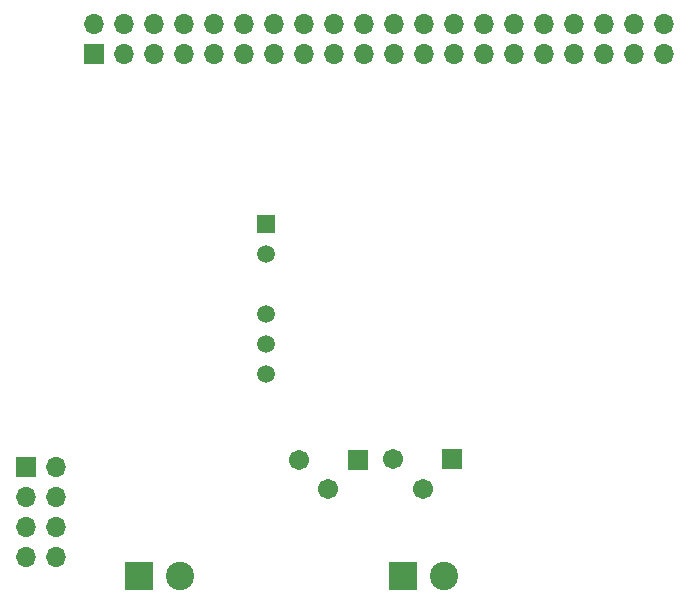
<source format=gbr>
%TF.GenerationSoftware,KiCad,Pcbnew,8.0.8*%
%TF.CreationDate,2025-02-25T11:28:35+01:00*%
%TF.ProjectId,ADC_16bit_board_v0r0,4144435f-3136-4626-9974-5f626f617264,rev?*%
%TF.SameCoordinates,Original*%
%TF.FileFunction,Soldermask,Bot*%
%TF.FilePolarity,Negative*%
%FSLAX46Y46*%
G04 Gerber Fmt 4.6, Leading zero omitted, Abs format (unit mm)*
G04 Created by KiCad (PCBNEW 8.0.8) date 2025-02-25 11:28:35*
%MOMM*%
%LPD*%
G01*
G04 APERTURE LIST*
G04 Aperture macros list*
%AMRoundRect*
0 Rectangle with rounded corners*
0 $1 Rounding radius*
0 $2 $3 $4 $5 $6 $7 $8 $9 X,Y pos of 4 corners*
0 Add a 4 corners polygon primitive as box body*
4,1,4,$2,$3,$4,$5,$6,$7,$8,$9,$2,$3,0*
0 Add four circle primitives for the rounded corners*
1,1,$1+$1,$2,$3*
1,1,$1+$1,$4,$5*
1,1,$1+$1,$6,$7*
1,1,$1+$1,$8,$9*
0 Add four rect primitives between the rounded corners*
20,1,$1+$1,$2,$3,$4,$5,0*
20,1,$1+$1,$4,$5,$6,$7,0*
20,1,$1+$1,$6,$7,$8,$9,0*
20,1,$1+$1,$8,$9,$2,$3,0*%
G04 Aperture macros list end*
%ADD10R,1.700000X1.700000*%
%ADD11O,1.700000X1.700000*%
%ADD12R,2.400000X2.400000*%
%ADD13C,2.400000*%
%ADD14R,1.500000X1.500000*%
%ADD15C,1.500000*%
%ADD16RoundRect,0.102000X0.754000X0.754000X-0.754000X0.754000X-0.754000X-0.754000X0.754000X-0.754000X0*%
%ADD17C,1.712000*%
G04 APERTURE END LIST*
D10*
%TO.C,J4*%
X194960000Y-100880000D03*
D11*
X197500000Y-100880000D03*
X194960000Y-103420000D03*
X197500000Y-103420000D03*
X194960000Y-105960000D03*
X197500000Y-105960000D03*
X194960000Y-108500000D03*
X197500000Y-108500000D03*
%TD*%
D12*
%TO.C,J1*%
X226850000Y-110150000D03*
D13*
X230350000Y-110150000D03*
%TD*%
D14*
%TO.C,U2*%
X215250000Y-80325000D03*
D15*
X215250000Y-82865000D03*
X215250000Y-87945000D03*
X215250000Y-90485000D03*
X215250000Y-93025000D03*
%TD*%
D16*
%TO.C,RV1*%
X231000000Y-100250000D03*
D17*
X228500000Y-102750000D03*
X226000000Y-100250000D03*
%TD*%
D16*
%TO.C,RV2*%
X223000000Y-100270000D03*
D17*
X220500000Y-102770000D03*
X218000000Y-100270000D03*
%TD*%
D12*
%TO.C,J2*%
X204500000Y-110109000D03*
D13*
X208000000Y-110109000D03*
%TD*%
D10*
%TO.C,J3*%
X200650000Y-65940000D03*
D11*
X200650000Y-63400000D03*
X203190000Y-65940000D03*
X203190000Y-63400000D03*
X205730000Y-65940000D03*
X205730000Y-63400000D03*
X208270000Y-65940000D03*
X208270000Y-63400000D03*
X210810000Y-65940000D03*
X210810000Y-63400000D03*
X213350000Y-65940000D03*
X213350000Y-63400000D03*
X215890000Y-65940000D03*
X215890000Y-63400000D03*
X218430000Y-65940000D03*
X218430000Y-63400000D03*
X220970000Y-65940000D03*
X220970000Y-63400000D03*
X223510000Y-65940000D03*
X223510000Y-63400000D03*
X226050000Y-65940000D03*
X226050000Y-63400000D03*
X228590000Y-65940000D03*
X228590000Y-63400000D03*
X231130000Y-65940000D03*
X231130000Y-63400000D03*
X233670000Y-65940000D03*
X233670000Y-63400000D03*
X236210000Y-65940000D03*
X236210000Y-63400000D03*
X238750000Y-65940000D03*
X238750000Y-63400000D03*
X241290000Y-65940000D03*
X241290000Y-63400000D03*
X243830000Y-65940000D03*
X243830000Y-63400000D03*
X246370000Y-65940000D03*
X246370000Y-63400000D03*
X248910000Y-65940000D03*
X248910000Y-63400000D03*
%TD*%
M02*

</source>
